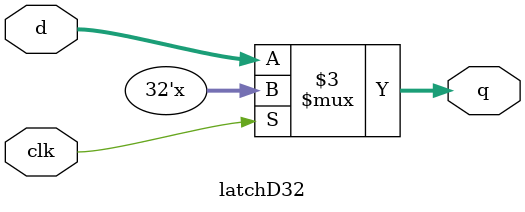
<source format=v>

module ring (rr, la, dout, lr, ra, din, rst);
  
   input  lr, ra, rst;
   output rr, la;

   parameter counter = 7 ;
   parameter stages = 3 ;
   parameter word_length = 32 ;

   input [word_length*stages-1:0] din ;
   output [word_length-1:0] dout ;


   wire [word_length-1 : 0] d0, d1, d2, d3, d4 ;
   wire [word_length-1 : 0] q0, q1, q2, q3, q4 ;

   wire  r0, r1, r2, r3, r4, r5, r6;
   wire  a0, a1, a2, a3, a4, a5, a6;
   wire  ck0, ck1, ck2, ck3, ck4;
   wire  clk0, clk1, clk2, clk3;

   //d0 = rst ? din[] : q3 ;
   assign d0 = q4 ;
   latchD32      l0 (.d(d0), .q(q0), .clk(ck0));
   C300R3044    c0 (.lr(r0), .la(a0), .rr(r1), .ra(a1), .ck(ck0), .rst(rst));

   assign d1 = lr|rst ? din[31:0] : q0 ;
   latchD32           l1 (.d(d1), .q(q1), .clk(clk1));
   C300R3044r1_load lc1 (.clk(clk1), .ld_run(la), .local_clk(ck1), .rst(rst)) ;
   C300R3044r1       c1 (.lr(r1), .la(a1), .rr(r2), .ra(a2), .ck(ck1), .rst(rst));

   assign d2 = lr|rst ? din[63:32] : q1 ;
   latchD32           l2 (.d(d2), .q(q2), .clk(clk2));
   C300R3044r1_load lc2 (.clk(clk2), .ld_run(la), .local_clk(ck2), .rst(rst)) ;
   C300R3044r1       c2 (.lr(r2), .la(a2), .rr(r3), .ra(a3), .ck(ck2), .rst(rst));

   assign d3 = lr|rst ? din[95:64] : q2 ;
   latchD32           l3 (.d(d3), .q(q3), .clk(clk3));
   C300R3044r1_load lc3 (.clk(clk3), .ld_run(la), .local_clk(ck3), .rst(rst)) ;
   C300R3044r1       c3 (.lr(r3), .la(a3), .rr(r4), .ra(a4), .ck(ck3), .rst(rst));

   go64 #(counter) g64 (.lr(lr), .la(la), .lri(r4), .lai(a4), .rr(r5), .ra(a5), .rst(rst));

   latchD32     l4 (.d(q3), .q(q4), .clk(ck4));
   C300R3044    c4 (.lr(r5), .la(a5), .rr(r6), .ra(a6), .ck(ck4), .rst(rst));

   bcast_fork fk (.bi(r6), .bo0(rr), .bo1(r0), .ji0(a0), .ji1(ra), .jo(a6));

   assign dout = q4 ;

endmodule // ring4

   

///////////////////////////////////////////////////////////////////////
//////////////////////// Included IP blocks ///////////////////////////
///////////////////////////////////////////////////////////////////////
//
// C300R3044          - Pipeline controller that resets empty
// C300R3044r1        - Pipeline controller that resets full
// bcast_fork         - Broadcast fork/join element
// bcast_fork_r0      - Broadcast fork/join that resets one channel asserted
// c_element_nand     - C-element built with four NAND gates
// c_element_nand_r0a - C-element with 4 NANDS resets to zero when req a is high
// latch32            - 32-bit latch, opaque when clock is high
// go64               - Two channel controller that performs handshakes
//                      on lri/lai to rr/ra for one handshake on lr/la
//                      Number of handshakes depends on counter, in this case 64.
// count64            - counts to 64 and asserts done
//
// sigma0, sigma1     - The sha256 sigma0 and sigma1 functions
//
///////////////////////////////////////////////////////////////////////



// This is the normally open version of the controller where the
// 
module C300R3044 (lr, la, rr, ra, ck, rst);
   input  lr, ra, rst;
   output la, rr, ck;

   wire   la_, rr_, ra_, y_, y, rrx, lax;

   assign #1 rr = rrx;
   assign #1 la = lax;

   // 180nm:
   AOI33_C  C300R30440 (.A1(lr), .A2(ra_), .A3(y_), .B1(lr), .B2(la), .B3(1'b1), .Z(la_));
   NOR2_C   C300R30441 (.A(la_), .B(rst), .Z(lax));
   AOI33_C  C300R30442 (.A1(lr), .A2(ra_), .A3(y_), .B1(ra_), .B2(rr), .B3(1'b1), .Z(rr_));
   NOR2_C   C300R30443 (.A(rr_), .B(rst), .Z(rrx));
   OR2_C    C300R30444 (.A(la), .B(rr), .Z(y));
   INVERT_C C300R30445 (.A(y), .Z(y_));
   INVERT_C C300R30446 (.A(ra), .Z(ra_));
   INVERT_C C300R30447 (.A(rr_), .Z(ck));

endmodule // C300R3044



// This is the normally open version of the controller where the
// 
module C300R3044r1 (lr, la, rr, ra, ck, rst);
   input  lr, ra, rst;
   output la, rr, ck;

   wire   la_, rr_, ra_, y_, rst_, y, rrx, lax;

   assign #1 rr = rrx;
   assign #1 la = lax;

   // 180nm:
   AOI33_C  C300R3044r10 (.A1(lr), .A2(ra_), .A3(y_), .B1(lr), .B2(la), .B3(1'b1), .Z(la_));
   NOR2_C   C300R3044r11 (.A(la_), .B(rst), .Z(lax));
   AOI33_C  C300R3044r12 (.A1(lr), .A2(ra_), .A3(y_), .B1(ra_), .B2(rr), .B3(1'b1), .Z(rr_));
   NAND2_C  C300R3044r13 (.A(rr_), .B(rst_), .Z(rrx));
   OR2_C    C300R3044r14 (.A(la), .B(rr), .Z(y));
   INVERT_C C300R3044r15 (.A(y), .Z(y_));
   INVERT_C C300R3044r16 (.A(ra), .Z(ra_));
   INVERT_C C300R3044r17 (.A(rr_), .Z(ck));

   INVERT_C C300R3044r18 (.A(rst), .Z(rst_));

endmodule // C300R3044r1




module bcast_fork (bi, bo0, bo1, ji0, ji1, jo);
   input  bi, ji0, ji1;
   output bo0, bo1, jo;

   // The type of c-element will dictate the timing requirements
   c_element_nand   bcastc  (.y(jo), .a(ji0), .b(ji1));
   assign #1 bo0 = bi;
   assign #1 bo1 = bi;

endmodule // bcast_fork


module bcast_fork_r0 (bi, bo0, bo1, ji0, ji1, jo, rst_);
   input  bi, ji0, ji1, rst_;
   output bo0, bo1, jo;

   // The type of c-element will dictate the timing requirements
   c_element_nand_r0a   bcastc  (.y(jo), .a(ji0), .b(ji1), .rst_(rst_));
   assign bo0 = bi;
   assign bo1 = bi;

endmodule // bcast_fork_r0



module c_element_nand (y, a, b);
   input  a, b;
   output y;

   // behavioral description:
   //assign #2 y = (a & b) | (a & y) | (b & y);
   
   wire   ab, ay, by;
   NAND2_C  c_element_nand0  (.A(a), .B(b), .Z(ab));
   NAND2_C  c_element_nand1  (.A(a), .B(y), .Z(ay));
   NAND2_C  c_element_nand2  (.A(b), .B(y), .Z(by));
   NAND3_C  c_element_nand3  (.A(ab),.B(ay),.C(by), .Z(y));

endmodule // c_element_nand


// when a is one, the gate resets to output zero
module c_element_nand_r0a (y, a, b, rst_);
   input  a, b, rst_;
   output y;

   // behavioral description:
   //assign #2 y = (a & b) | (a & y & rst_) | (b & y & rst_);
   
   wire   ab, ay, by;
   NAND2_C  c_element_nand_r0a0  (.A(a), .B(b), .Z(ab));
   NAND3_C  c_element_nand_r0a1  (.A(a), .B(y), .C(rst_), .Z(ay));
   NAND2_C  c_element_nand_r0a2  (.A(b), .B(y), .Z(by));
   NAND3_C  c_element_nand_r0a3  (.A(ab),.B(ay),.C(by),   .Z(y));

endmodule // c_element_nand_r0a



module latch32 (d, q, clk);
   input             clk;
   input      [31:0] d;
   output     [31:0] q;

   wire 	     ck_;
   

//   always @(d or ck_) begin
//      if (ck_) begin
//	 q <= d;
//      end
//   end

   INVERT_M clkbuf (.A(clk), .Z(ck_));

   LATSR_E qreg31  ( .CLK(ck_), .D(d[31]), .RN(1'b1), .S(1'b0), .Q(q[31]) );
   LATSR_E qreg30  ( .CLK(ck_), .D(d[30]), .RN(1'b1), .S(1'b0), .Q(q[30]) );
   LATSR_E qreg29  ( .CLK(ck_), .D(d[29]), .RN(1'b1), .S(1'b0), .Q(q[29]) );
   LATSR_E qreg28  ( .CLK(ck_), .D(d[28]), .RN(1'b1), .S(1'b0), .Q(q[28]) );
   LATSR_E qreg27  ( .CLK(ck_), .D(d[27]), .RN(1'b1), .S(1'b0), .Q(q[27]) );
   LATSR_E qreg26  ( .CLK(ck_), .D(d[26]), .RN(1'b1), .S(1'b0), .Q(q[26]) );
   LATSR_E qreg25  ( .CLK(ck_), .D(d[25]), .RN(1'b1), .S(1'b0), .Q(q[25]) );
   LATSR_E qreg24  ( .CLK(ck_), .D(d[24]), .RN(1'b1), .S(1'b0), .Q(q[24]) );
   LATSR_E qreg23  ( .CLK(ck_), .D(d[23]), .RN(1'b1), .S(1'b0), .Q(q[23]) );
   LATSR_E qreg22  ( .CLK(ck_), .D(d[22]), .RN(1'b1), .S(1'b0), .Q(q[22]) );
   LATSR_E qreg21  ( .CLK(ck_), .D(d[21]), .RN(1'b1), .S(1'b0), .Q(q[21]) );
   LATSR_E qreg20  ( .CLK(ck_), .D(d[20]), .RN(1'b1), .S(1'b0), .Q(q[20]) );
   LATSR_E qreg19  ( .CLK(ck_), .D(d[19]), .RN(1'b1), .S(1'b0), .Q(q[19]) );
   LATSR_E qreg18  ( .CLK(ck_), .D(d[18]), .RN(1'b1), .S(1'b0), .Q(q[18]) );
   LATSR_E qreg17  ( .CLK(ck_), .D(d[17]), .RN(1'b1), .S(1'b0), .Q(q[17]) );
   LATSR_E qreg16  ( .CLK(ck_), .D(d[16]), .RN(1'b1), .S(1'b0), .Q(q[16]) );
   LATSR_E qreg15  ( .CLK(ck_), .D(d[15]), .RN(1'b1), .S(1'b0), .Q(q[15]) );
   LATSR_E qreg14  ( .CLK(ck_), .D(d[14]), .RN(1'b1), .S(1'b0), .Q(q[14]) );
   LATSR_E qreg13  ( .CLK(ck_), .D(d[13]), .RN(1'b1), .S(1'b0), .Q(q[13]) );
   LATSR_E qreg12  ( .CLK(ck_), .D(d[12]), .RN(1'b1), .S(1'b0), .Q(q[12]) );
   LATSR_E qreg11  ( .CLK(ck_), .D(d[11]), .RN(1'b1), .S(1'b0), .Q(q[11]) );
   LATSR_E qreg10  ( .CLK(ck_), .D(d[10]), .RN(1'b1), .S(1'b0), .Q(q[10]) );
   LATSR_E qreg9  ( .CLK(ck_), .D(d[9]), .RN(1'b1), .S(1'b0), .Q(q[9]) );
   LATSR_E qreg8  ( .CLK(ck_), .D(d[8]), .RN(1'b1), .S(1'b0), .Q(q[8]) );
   LATSR_E qreg7  ( .CLK(ck_), .D(d[7]), .RN(1'b1), .S(1'b0), .Q(q[7]) );
   LATSR_E qreg6  ( .CLK(ck_), .D(d[6]), .RN(1'b1), .S(1'b0), .Q(q[6]) );
   LATSR_E qreg5  ( .CLK(ck_), .D(d[5]), .RN(1'b1), .S(1'b0), .Q(q[5]) );
   LATSR_E qreg4  ( .CLK(ck_), .D(d[4]), .RN(1'b1), .S(1'b0), .Q(q[4]) );
   LATSR_E qreg3  ( .CLK(ck_), .D(d[3]), .RN(1'b1), .S(1'b0), .Q(q[3]) );
   LATSR_E qreg2  ( .CLK(ck_), .D(d[2]), .RN(1'b1), .S(1'b0), .Q(q[2]) );
   LATSR_E qreg1  ( .CLK(ck_), .D(d[1]), .RN(1'b1), .S(1'b0), .Q(q[1]) );
   LATSR_E qreg0  ( .CLK(ck_), .D(d[0]), .RN(1'b1), .S(1'b0), .Q(q[0]) );


endmodule // latch32




module go64 (lr, la, lri, lai, rr, ra, rst);
   input  lr, lri, ra, rst;
   output la, lai, rr;

   wire   done, rr_;

   parameter counter = 7 ;

   c_element_nand_r0a celt (.a(~done), .b(lr), .y(la), .rst_(~rst));

   count64  # (counter)  c64  (.clk(rr), .done(done), .rst(rst));

   OAI21_C            g640 (.A1(la), .A2(rr), .B(lri), .Z(rr_));
   assign #1 rr  = ~(rr_ | rst);
   assign lai = ra;

endmodule // go64




module count64 (clk, done, rst);
   input  clk, rst;
   output done;

   reg [6:0] count;

   parameter counter = 7 ;
   // change this to count to smaller 2^n value for debugging
   assign done = count == counter;

   always @ (posedge clk or posedge rst) begin
      if (rst) count <= 0;
      else     count <= count + 1;
   end

endmodule // count64


module sigma0 (A, Z);

   input  [31:0] A;
   output [31:0] Z;

   // R^7 ^ R^18 ^ S^3
   // due to three bit shift, only xor top three bits of rotated words
   // then xor the rest of the bits with all three shifts
   assign Z[31:29] = A[6:4] ^ A[17:15];
   assign Z[28:0] = {A[3:0], A[31:7]} ^ {A[14:0],A[31:18]} ^ A[31:3];

endmodule


module sigma1 (A, Z);

   input  [31:0] A;
   output [31:0] Z;

   // R^17 ^ R^19 ^ S^10
   // due to 10 bit shift, only xor top 10 bits of rotated words
   // then xor the shift/rotates of all three words
   assign Z[31:22] = A[16:7] ^ A[18:9];
   assign Z[21:0] = {A[6:0],A[31:17]} ^ {A[8:0],A[31:19]} ^ A[31:10];

endmodule // s1

module C300R3044r1_load(clk, ld_run, local_clk, rst);

   input ld_run, local_clk, rst ;
   output clk ;

   wire w0, w1 ;

   OAI21_C g640 (.A1(w0), .A2(ld_run), .B(local_clk), .Z(w1));
   assign w0  = ~(w1 | rst);
   assign clk = w0 ;

endmodule


module latchD32(d, q, clk);

input [31:0] d ;
input clk;
output reg [31:0] q;

always @ (d, clk)
if (~clk) begin
  q <= d;
end

endmodule //End Of Module dlatch_reset
</source>
